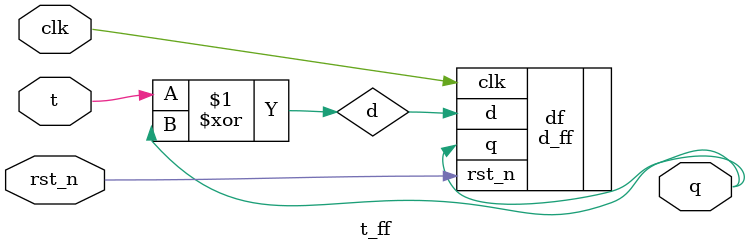
<source format=v>
module t_ff(q,t,clk,rst_n);
    input clk;
    input rst_n;
    input t;
    output q;
    wire d;
    d_ff df(.d(d),.clk(clk),.rst_n(rst_n),.q(q));
    
    assign d = t^q;
endmodule   
</source>
